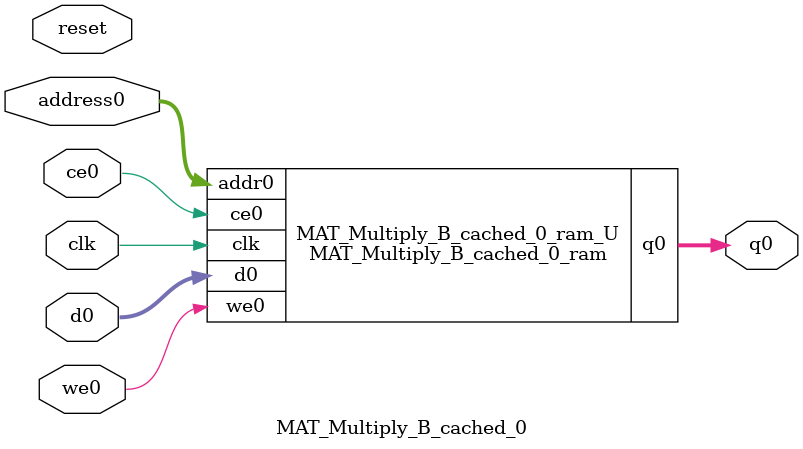
<source format=v>

`timescale 1 ns / 1 ps
module MAT_Multiply_B_cached_0_ram (addr0, ce0, d0, we0, q0,  clk);

parameter DWIDTH = 32;
parameter AWIDTH = 7;
parameter MEM_SIZE = 100;

input[AWIDTH-1:0] addr0;
input ce0;
input[DWIDTH-1:0] d0;
input we0;
output reg[DWIDTH-1:0] q0;
input clk;

(* ram_style = "block" *)reg [DWIDTH-1:0] ram[MEM_SIZE-1:0];




always @(posedge clk)  
begin 
    if (ce0) 
    begin
        if (we0) 
        begin 
            ram[addr0] <= d0; 
            q0 <= d0;
        end 
        else 
            q0 <= ram[addr0];
    end
end


endmodule


`timescale 1 ns / 1 ps
module MAT_Multiply_B_cached_0(
    reset,
    clk,
    address0,
    ce0,
    we0,
    d0,
    q0);

parameter DataWidth = 32'd32;
parameter AddressRange = 32'd100;
parameter AddressWidth = 32'd7;
input reset;
input clk;
input[AddressWidth - 1:0] address0;
input ce0;
input we0;
input[DataWidth - 1:0] d0;
output[DataWidth - 1:0] q0;



MAT_Multiply_B_cached_0_ram MAT_Multiply_B_cached_0_ram_U(
    .clk( clk ),
    .addr0( address0 ),
    .ce0( ce0 ),
    .d0( d0 ),
    .we0( we0 ),
    .q0( q0 ));

endmodule


</source>
